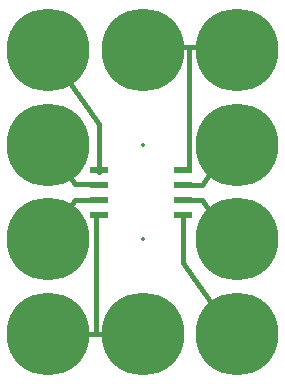
<source format=gtl>
%TF.GenerationSoftware,KiCad,Pcbnew,4.0.5-e0-6337~49~ubuntu16.04.1*%
%TF.CreationDate,2017-04-21T13:15:15-07:00*%
%TF.ProjectId,3x4-ATtiny85-8SOIC-Breakout,3378342D415474696E7938352D38534F,1.0*%
%TF.FileFunction,Copper,L1,Top,Signal*%
%FSLAX46Y46*%
G04 Gerber Fmt 4.6, Leading zero omitted, Abs format (unit mm)*
G04 Created by KiCad (PCBNEW 4.0.5-e0-6337~49~ubuntu16.04.1) date Fri Apr 21 13:15:15 2017*
%MOMM*%
%LPD*%
G01*
G04 APERTURE LIST*
%ADD10C,0.350000*%
%ADD11C,0.406400*%
%ADD12C,7.000000*%
%ADD13R,1.550000X0.600000*%
%ADD14C,0.350000*%
G04 APERTURE END LIST*
D10*
D11*
X9501600Y-52508420D02*
X7469600Y-52508420D01*
X9501600Y-51428920D02*
X9501600Y-47364920D01*
X5183600Y-65144920D02*
X13183600Y-65144920D01*
X13183600Y-40894920D02*
X21183600Y-40894920D01*
X17121600Y-51174920D02*
X17121600Y-41014920D01*
X9501600Y-47364920D02*
X5183600Y-41268920D01*
X7469600Y-52508420D02*
X5183600Y-49206420D01*
X16169100Y-53841920D02*
X18201100Y-53841920D01*
X18201100Y-53841920D02*
X20487100Y-57143920D01*
X7469600Y-53841920D02*
X9501600Y-53841920D01*
X5120100Y-57207420D02*
X7469600Y-53841920D01*
X20550600Y-49183753D02*
X18181899Y-52571920D01*
X18201100Y-52571920D02*
X16169100Y-52571920D01*
X16613600Y-59175920D02*
X20931600Y-65271920D01*
X16613600Y-55111920D02*
X16613600Y-59175920D01*
X9247600Y-65144920D02*
X9247600Y-54984920D01*
D12*
X5183600Y-65144920D03*
X5183600Y-49144920D03*
X5183600Y-57144920D03*
X13183600Y-65144920D03*
X5183600Y-41144920D03*
X21183600Y-49144920D03*
X21183600Y-65144920D03*
X21183600Y-57144920D03*
X21183600Y-41144920D03*
X13183600Y-41144920D03*
D13*
X9507600Y-51301920D03*
X9507600Y-52571920D03*
X9507600Y-53841920D03*
X9507600Y-55111920D03*
X16607600Y-55111920D03*
X16607600Y-53841920D03*
X16607600Y-52571920D03*
X16607600Y-51301920D03*
D14*
X5183600Y-65144920D03*
X13183600Y-49144920D03*
X5183600Y-49144920D03*
X5183600Y-57144920D03*
X13183600Y-57144920D03*
X13183600Y-65144920D03*
X5183600Y-41144920D03*
X21183600Y-49144920D03*
X21183600Y-65144920D03*
X21183600Y-57144920D03*
X21183600Y-41144920D03*
X13183600Y-41144920D03*
M02*

</source>
